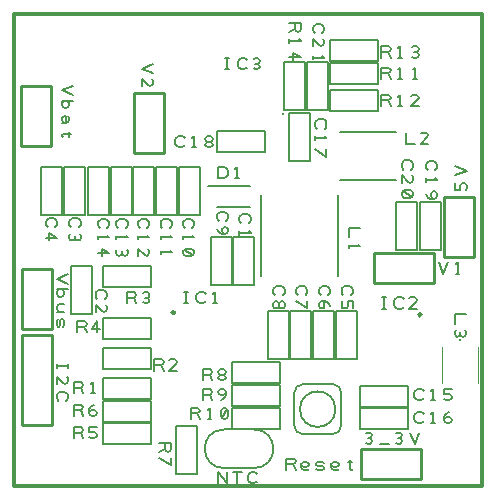
<source format=gbr>
G04 DesignSpark PCB Gerber Version 10.0 Build 5299*
G04 #@! TF.Part,Single*
G04 #@! TF.FileFunction,Legend,Top*
G04 #@! TF.FilePolarity,Positive*
%FSLAX35Y35*%
%MOIN*%
%ADD10C,0.00394*%
%ADD132C,0.00500*%
%ADD17C,0.00787*%
%ADD134C,0.00984*%
%ADD133C,0.01000*%
%ADD11C,0.01200*%
G04 #@! TD.AperFunction*
X0Y0D02*
D02*
D10*
X162017Y49813D02*
Y61624D01*
X173828D02*
Y49813D01*
D02*
D11*
X19104Y15324D02*
X175324D01*
Y172805D01*
X19104D01*
Y15324D01*
D02*
D17*
X84025Y115561D02*
X97844D01*
X86820Y108474D02*
X97844D01*
X101643Y112529D02*
Y85521D01*
X108769Y139380D02*
G75*
G02*
X109163I197J0D01*
G01*
G75*
G03*
X108769I-197J0D01*
G01*
X109163D02*
G75*
G02*
X108769I-197J0D01*
G01*
X109163D02*
X127116Y85521D02*
Y112529D01*
X128061Y117529D02*
X146565D01*
Y133277D02*
X128061D01*
X167923Y63986D02*
G75*
G02*
Y64380I0J197D01*
G01*
Y63986D02*
G75*
G02*
Y64380I0J197D01*
G01*
G75*
G02*
Y63986I0J-197D01*
G01*
D02*
D132*
X28202Y121592D02*
Y105592D01*
X35202D01*
Y121592D01*
X28202D01*
X30430Y101648D02*
X30118Y101961D01*
X29805Y102586D01*
Y103523D01*
X30118Y104148D01*
X30430Y104461D01*
X31055Y104773D01*
X32305D01*
X32930Y104461D01*
X33243Y104148D01*
X33555Y103523D01*
Y102586D01*
X33243Y101961D01*
X32930Y101648D01*
X29805Y98211D02*
X33555D01*
X31055Y99773D01*
Y97273D01*
X33427Y55962D02*
Y54712D01*
Y55337D02*
X37177D01*
Y55962D02*
Y54712D01*
X33427Y49399D02*
Y51899D01*
X35615Y49712D01*
X36240Y49399D01*
X36865Y49712D01*
X37177Y50337D01*
Y51274D01*
X36865Y51899D01*
X34052Y43774D02*
X33740Y44087D01*
X33427Y44712D01*
Y45649D01*
X33740Y46274D01*
X34052Y46587D01*
X34677Y46899D01*
X35927D01*
X36552Y46587D01*
X36865Y46274D01*
X37177Y45649D01*
Y44712D01*
X36865Y44087D01*
X36552Y43774D01*
X37177Y86033D02*
X33427Y84470D01*
X37177Y82908D01*
X34365Y81033D02*
X33740Y80720D01*
X33427Y80096D01*
Y79470D01*
X33740Y78846D01*
X34365Y78533D01*
X34990D01*
X35615Y78846D01*
X35927Y79470D01*
Y80096D01*
X35615Y80720D01*
X34990Y81033D01*
X33427D02*
X37177D01*
X35927Y76033D02*
X34365D01*
X33740Y75720D01*
X33427Y75096D01*
Y74470D01*
X33740Y73846D01*
X34365Y73533D01*
X35927D02*
X33427D01*
X33740Y71033D02*
X33427Y70408D01*
Y69158D01*
X33740Y68533D01*
X34365D01*
X34677Y69158D01*
Y70408D01*
X34990Y71033D01*
X35615D01*
X35927Y70408D01*
Y69158D01*
X35615Y68533D01*
X38909Y148868D02*
X35159Y147305D01*
X38909Y145743D01*
X36097Y143868D02*
X35472Y143555D01*
X35159Y142930D01*
Y142305D01*
X35472Y141680D01*
X36097Y141368D01*
X36722D01*
X37347Y141680D01*
X37659Y142305D01*
Y142930D01*
X37347Y143555D01*
X36722Y143868D01*
X35159D02*
X38909D01*
X37347Y138868D02*
X37659Y138243D01*
Y137305D01*
X37347Y136680D01*
X36722Y136368D01*
X35785D01*
X35472Y136680D01*
X35159Y137305D01*
Y137930D01*
X35472Y138555D01*
X35785Y138868D01*
X36097D01*
X36409Y138555D01*
X36722Y137930D01*
Y137305D01*
X36409Y136680D01*
X36097Y136368D01*
X35785D02*
X35159D01*
X37659Y133347D02*
Y131889D01*
X38285Y132618D02*
X35472D01*
X35159Y132305D01*
Y131993D01*
X35472Y131680D01*
X35761Y121592D02*
Y105592D01*
X42761D01*
Y121592D01*
X35761D01*
X38304Y101648D02*
X37992Y101961D01*
X37679Y102586D01*
Y103523D01*
X37992Y104148D01*
X38304Y104461D01*
X38929Y104773D01*
X40179D01*
X40804Y104461D01*
X41117Y104148D01*
X41429Y103523D01*
Y102586D01*
X41117Y101961D01*
X40804Y101648D01*
X37992Y99461D02*
X37679Y98836D01*
Y98211D01*
X37992Y97586D01*
X38617Y97273D01*
X39242Y97586D01*
X39554Y98211D01*
Y98836D01*
Y98211D02*
X39867Y97586D01*
X40492Y97273D01*
X41117Y97586D01*
X41429Y98211D01*
Y98836D01*
X41117Y99461D01*
X39242Y31281D02*
Y35031D01*
X41429D01*
X42054Y34719D01*
X42367Y34094D01*
X42054Y33469D01*
X41429Y33157D01*
X39242D01*
X41429D02*
X42367Y31281D01*
X44242Y31594D02*
X44867Y31281D01*
X45804D01*
X46429Y31594D01*
X46742Y32219D01*
Y32531D01*
X46429Y33157D01*
X45804Y33469D01*
X44242D01*
Y35031D01*
X46742D01*
X39242Y38781D02*
Y42531D01*
X41429D01*
X42054Y42219D01*
X42367Y41594D01*
X42054Y40969D01*
X41429Y40657D01*
X39242D01*
X41429D02*
X42367Y38781D01*
X44242Y39719D02*
X44554Y40344D01*
X45179Y40657D01*
X45804D01*
X46429Y40344D01*
X46742Y39719D01*
X46429Y39094D01*
X45804Y38781D01*
X45179D01*
X44554Y39094D01*
X44242Y39719D01*
Y40657D01*
X44554Y41594D01*
X45179Y42219D01*
X45804Y42531D01*
X39242Y46281D02*
Y50031D01*
X41429D01*
X42054Y49719D01*
X42367Y49094D01*
X42054Y48469D01*
X41429Y48157D01*
X39242D01*
X41429D02*
X42367Y46281D01*
X44867D02*
X46117D01*
X45492D02*
Y50031D01*
X44867Y49407D01*
X40364Y66656D02*
Y70406D01*
X42551D01*
X43176Y70093D01*
X43489Y69468D01*
X43176Y68843D01*
X42551Y68531D01*
X40364D01*
X42551D02*
X43489Y66656D01*
X46926D02*
Y70406D01*
X45364Y67906D01*
X47864D01*
X43872Y121592D02*
Y105592D01*
X50872D01*
Y121592D01*
X43872D01*
X45281Y72836D02*
Y88836D01*
X38281D01*
Y72836D01*
X45281D01*
X47044Y77711D02*
X46732Y78024D01*
X46419Y78649D01*
Y79586D01*
X46732Y80211D01*
X47044Y80524D01*
X47669Y80836D01*
X48919D01*
X49544Y80524D01*
X49857Y80211D01*
X50169Y79586D01*
Y78649D01*
X49857Y78024D01*
X49544Y77711D01*
X46419Y73336D02*
Y75836D01*
X48607Y73649D01*
X49232Y73336D01*
X49857Y73649D01*
X50169Y74274D01*
Y75211D01*
X49857Y75836D01*
X47832Y101412D02*
X47519Y101724D01*
X47207Y102350D01*
Y103287D01*
X47519Y103912D01*
X47832Y104224D01*
X48457Y104537D01*
X49707D01*
X50332Y104224D01*
X50644Y103912D01*
X50957Y103287D01*
Y102350D01*
X50644Y101724D01*
X50332Y101412D01*
X47207Y98912D02*
Y97662D01*
Y98287D02*
X50957D01*
X50332Y98912D01*
X47207Y92974D02*
X50957D01*
X48457Y94537D01*
Y92037D01*
X48742Y64344D02*
X64742D01*
Y71344D01*
X48742D01*
Y64344D01*
Y81844D02*
X64742D01*
Y88844D01*
X48742D01*
Y81844D01*
X51431Y121592D02*
Y105592D01*
X58431D01*
Y121592D01*
X51431D01*
X53974Y101412D02*
X53661Y101724D01*
X53348Y102350D01*
Y103287D01*
X53661Y103912D01*
X53974Y104224D01*
X54598Y104537D01*
X55848D01*
X56474Y104224D01*
X56786Y103912D01*
X57098Y103287D01*
Y102350D01*
X56786Y101724D01*
X56474Y101412D01*
X53348Y98912D02*
Y97662D01*
Y98287D02*
X57098D01*
X56474Y98912D01*
X53661Y94224D02*
X53348Y93600D01*
Y92974D01*
X53661Y92350D01*
X54286Y92037D01*
X54911Y92350D01*
X55224Y92974D01*
Y93600D01*
Y92974D02*
X55536Y92350D01*
X56161Y92037D01*
X56786Y92350D01*
X57098Y92974D01*
Y93600D01*
X56786Y94224D01*
X56899Y76341D02*
Y80091D01*
X59087D01*
X59712Y79778D01*
X60024Y79153D01*
X59712Y78528D01*
X59087Y78216D01*
X56899D01*
X59087D02*
X60024Y76341D01*
X62212Y76653D02*
X62837Y76341D01*
X63462D01*
X64087Y76653D01*
X64399Y77278D01*
X64087Y77903D01*
X63462Y78216D01*
X62837D01*
X63462D02*
X64087Y78528D01*
X64399Y79153D01*
X64087Y79778D01*
X63462Y80091D01*
X62837D01*
X62212Y79778D01*
X58990Y121592D02*
Y105592D01*
X65990D01*
Y121592D01*
X58990D01*
X61218Y101412D02*
X60905Y101724D01*
X60593Y102350D01*
Y103287D01*
X60905Y103912D01*
X61218Y104224D01*
X61843Y104537D01*
X63093D01*
X63718Y104224D01*
X64030Y103912D01*
X64343Y103287D01*
Y102350D01*
X64030Y101724D01*
X63718Y101412D01*
X60593Y98912D02*
Y97662D01*
Y98287D02*
X64343D01*
X63718Y98912D01*
X60593Y92037D02*
Y94537D01*
X62780Y92350D01*
X63405Y92037D01*
X64030Y92350D01*
X64343Y92974D01*
Y93912D01*
X64030Y94537D01*
X65524Y156112D02*
X61774Y154549D01*
X65524Y152987D01*
X61774Y148612D02*
Y151112D01*
X63961Y148924D01*
X64586Y148612D01*
X65211Y148924D01*
X65524Y149549D01*
Y150487D01*
X65211Y151112D01*
X64742Y36344D02*
X48742D01*
Y29344D01*
X64742D01*
Y36344D01*
Y43844D02*
X48742D01*
Y36844D01*
X64742D01*
Y43844D01*
Y51344D02*
X48742D01*
Y44344D01*
X64742D01*
Y51344D01*
Y61344D02*
X48742D01*
Y54344D01*
X64742D01*
Y61344D01*
X65954Y53900D02*
Y57650D01*
X68142D01*
X68767Y57337D01*
X69080Y56712D01*
X68767Y56087D01*
X68142Y55775D01*
X65954D01*
X68142D02*
X69080Y53900D01*
X73454D02*
X70954D01*
X73142Y56087D01*
X73454Y56712D01*
X73142Y57337D01*
X72517Y57650D01*
X71580D01*
X70954Y57337D01*
X66549Y121592D02*
Y105592D01*
X73549D01*
Y121592D01*
X66549D01*
X67679Y29872D02*
X71429D01*
Y27684D01*
X71117Y27059D01*
X70492Y26746D01*
X69867Y27059D01*
X69554Y27684D01*
Y29872D01*
Y27684D02*
X67679Y26746D01*
Y24872D02*
X71429Y22372D01*
Y24872D01*
X68698Y101412D02*
X68385Y101724D01*
X68073Y102350D01*
Y103287D01*
X68385Y103912D01*
X68698Y104224D01*
X69323Y104537D01*
X70573D01*
X71198Y104224D01*
X71511Y103912D01*
X71823Y103287D01*
Y102350D01*
X71511Y101724D01*
X71198Y101412D01*
X68073Y98912D02*
Y97662D01*
Y98287D02*
X71823D01*
X71198Y98912D01*
X68073Y93912D02*
Y92662D01*
Y93287D02*
X71823D01*
X71198Y93912D01*
X76166Y128934D02*
X75854Y128622D01*
X75228Y128309D01*
X74291D01*
X73666Y128622D01*
X73354Y128934D01*
X73041Y129559D01*
Y130809D01*
X73354Y131434D01*
X73666Y131747D01*
X74291Y132059D01*
X75228D01*
X75854Y131747D01*
X76166Y131434D01*
X78666Y128309D02*
X79916D01*
X79291D02*
Y132059D01*
X78666Y131434D01*
X83978Y130184D02*
X84604D01*
X85228Y130497D01*
X85541Y131122D01*
X85228Y131747D01*
X84604Y132059D01*
X83978D01*
X83354Y131747D01*
X83041Y131122D01*
X83354Y130497D01*
X83978Y130184D01*
X83354Y129872D01*
X83041Y129247D01*
X83354Y128622D01*
X83978Y128309D01*
X84604D01*
X85228Y128622D01*
X85541Y129247D01*
X85228Y129872D01*
X84604Y130184D01*
X73242Y35372D02*
Y19372D01*
X80242D01*
Y35372D01*
X73242D01*
X74108Y121592D02*
Y105592D01*
X81108D01*
Y121592D01*
X74108D01*
X76178Y101412D02*
X75866Y101724D01*
X75553Y102350D01*
Y103287D01*
X75866Y103912D01*
X76178Y104224D01*
X76803Y104537D01*
X78053D01*
X78678Y104224D01*
X78991Y103912D01*
X79303Y103287D01*
Y102350D01*
X78991Y101724D01*
X78678Y101412D01*
X75553Y98912D02*
Y97662D01*
Y98287D02*
X79303D01*
X78678Y98912D01*
X75866Y94224D02*
X75553Y93600D01*
Y92974D01*
X75866Y92350D01*
X76491Y92037D01*
X78366D01*
X78991Y92350D01*
X79303Y92974D01*
Y93600D01*
X78991Y94224D01*
X78366Y94537D01*
X76491D01*
X75866Y94224D01*
X78991Y92350D01*
X75947Y76341D02*
X77197D01*
X76572D02*
Y80091D01*
X75947D02*
X77197D01*
X83135Y76966D02*
X82822Y76653D01*
X82197Y76341D01*
X81259D01*
X80635Y76653D01*
X80322Y76966D01*
X80009Y77591D01*
Y78841D01*
X80322Y79466D01*
X80635Y79778D01*
X81259Y80091D01*
X82197D01*
X82822Y79778D01*
X83135Y79466D01*
X85635Y76341D02*
X86885D01*
X86259D02*
Y80091D01*
X85635Y79466D01*
X78159Y37758D02*
Y41508D01*
X80346D01*
X80972Y41196D01*
X81284Y40570D01*
X80972Y39946D01*
X80346Y39633D01*
X78159D01*
X80346D02*
X81284Y37758D01*
X83784D02*
X85034D01*
X84409D02*
Y41508D01*
X83784Y40883D01*
X88472Y38070D02*
X89096Y37758D01*
X89722D01*
X90346Y38070D01*
X90659Y38696D01*
Y40570D01*
X90346Y41196D01*
X89722Y41508D01*
X89096D01*
X88472Y41196D01*
X88159Y40570D01*
Y38696D01*
X88472Y38070D01*
X90346Y41196D01*
X82234Y43998D02*
Y47748D01*
X84421D01*
X85046Y47436D01*
X85359Y46811D01*
X85046Y46186D01*
X84421Y45873D01*
X82234D01*
X84421D02*
X85359Y43998D01*
X88171D02*
X88796Y44311D01*
X89421Y44936D01*
X89734Y45873D01*
Y46811D01*
X89421Y47436D01*
X88796Y47748D01*
X88171D01*
X87546Y47436D01*
X87234Y46811D01*
X87546Y46186D01*
X88171Y45873D01*
X88796D01*
X89421Y46186D01*
X89734Y46811D01*
X82234Y50632D02*
Y54382D01*
X84421D01*
X85046Y54070D01*
X85359Y53444D01*
X85046Y52820D01*
X84421Y52507D01*
X82234D01*
X84421D02*
X85359Y50632D01*
X88171Y52507D02*
X88796D01*
X89421Y52820D01*
X89734Y53444D01*
X89421Y54070D01*
X88796Y54382D01*
X88171D01*
X87546Y54070D01*
X87234Y53444D01*
X87546Y52820D01*
X88171Y52507D01*
X87546Y52194D01*
X87234Y51570D01*
X87546Y50944D01*
X88171Y50632D01*
X88796D01*
X89421Y50944D01*
X89734Y51570D01*
X89421Y52194D01*
X88796Y52507D01*
X84895Y98344D02*
Y82344D01*
X91895D01*
Y98344D01*
X84895D01*
X87438Y103774D02*
X87126Y104087D01*
X86813Y104712D01*
Y105649D01*
X87126Y106274D01*
X87438Y106587D01*
X88063Y106899D01*
X89313D01*
X89938Y106587D01*
X90251Y106274D01*
X90563Y105649D01*
Y104712D01*
X90251Y104087D01*
X89938Y103774D01*
X86813Y100962D02*
X87126Y100337D01*
X87751Y99712D01*
X88688Y99399D01*
X89626D01*
X90251Y99712D01*
X90563Y100337D01*
Y100962D01*
X90251Y101587D01*
X89626Y101899D01*
X89001Y101587D01*
X88688Y100962D01*
Y100337D01*
X89001Y99712D01*
X89626Y99399D01*
X86990Y126628D02*
X102990D01*
Y133628D01*
X86990D01*
Y126628D01*
X87135Y16281D02*
Y20031D01*
X90261Y16281D01*
Y20031D01*
X93698Y16281D02*
Y20031D01*
X92135D02*
X95261D01*
X100261Y16907D02*
X99948Y16594D01*
X99323Y16281D01*
X98385D01*
X97761Y16594D01*
X97448Y16907D01*
X97135Y17531D01*
Y18781D01*
X97448Y19407D01*
X97761Y19719D01*
X98385Y20031D01*
X99323D01*
X99948Y19719D01*
X100261Y19407D01*
X87293Y117994D02*
Y121744D01*
X89168D01*
X89793Y121432D01*
X90106Y121119D01*
X90418Y120494D01*
Y119244D01*
X90106Y118619D01*
X89793Y118307D01*
X89168Y117994D01*
X87293D01*
X92918D02*
X94168D01*
X93543D02*
Y121744D01*
X92918Y121119D01*
X89726Y154293D02*
X90976D01*
X90352D02*
Y158043D01*
X89726D02*
X90976D01*
X96914Y154919D02*
X96602Y154606D01*
X95976Y154293D01*
X95039D01*
X94414Y154606D01*
X94102Y154919D01*
X93789Y155543D01*
Y156793D01*
X94102Y157419D01*
X94414Y157731D01*
X95039Y158043D01*
X95976D01*
X96602Y157731D01*
X96914Y157419D01*
X99102Y154606D02*
X99726Y154293D01*
X100352D01*
X100976Y154606D01*
X101289Y155231D01*
X100976Y155856D01*
X100352Y156169D01*
X99726D01*
X100352D02*
X100976Y156481D01*
X101289Y157106D01*
X100976Y157731D01*
X100352Y158043D01*
X99726D01*
X99102Y157731D01*
X89242Y21407D02*
X99242D01*
G75*
G03*
Y34281I0J6437D01*
G01*
X89242D01*
G75*
G03*
Y21407I0J-6437D01*
G01*
X91734Y34502D02*
X107734D01*
Y41502D01*
X91734D01*
Y34502D01*
Y42061D02*
X107734D01*
Y49061D01*
X91734D01*
Y42061D01*
Y49620D02*
X107734D01*
Y56620D01*
X91734D01*
Y49620D01*
X94978Y102987D02*
X94665Y103299D01*
X94352Y103924D01*
Y104862D01*
X94665Y105487D01*
X94978Y105799D01*
X95602Y106112D01*
X96852D01*
X97478Y105799D01*
X97790Y105487D01*
X98102Y104862D01*
Y103924D01*
X97790Y103299D01*
X97478Y102987D01*
X94352Y100487D02*
Y99237D01*
Y99862D02*
X98102D01*
X97478Y100487D01*
X99376Y82344D02*
Y98344D01*
X92376D01*
Y82344D01*
X99376D01*
X103793Y73718D02*
Y57718D01*
X110793D01*
Y73718D01*
X103793D01*
X106356Y78971D02*
X106043Y79283D01*
X105730Y79909D01*
Y80846D01*
X106043Y81471D01*
X106356Y81783D01*
X106980Y82096D01*
X108230D01*
X108856Y81783D01*
X109168Y81471D01*
X109480Y80846D01*
Y79909D01*
X109168Y79283D01*
X108856Y78971D01*
X107606Y76159D02*
Y75533D01*
X107918Y74909D01*
X108543Y74596D01*
X109168Y74909D01*
X109480Y75533D01*
Y76159D01*
X109168Y76783D01*
X108543Y77096D01*
X107918Y76783D01*
X107606Y76159D01*
X107293Y76783D01*
X106668Y77096D01*
X106043Y76783D01*
X105730Y76159D01*
Y75533D01*
X106043Y74909D01*
X106668Y74596D01*
X107293Y74909D01*
X107606Y75533D01*
X109305Y156631D02*
Y140631D01*
X116305D01*
Y156631D01*
X109305D01*
X110049Y20829D02*
Y24579D01*
X112236D01*
X112861Y24267D01*
X113174Y23641D01*
X112861Y23017D01*
X112236Y22704D01*
X110049D01*
X112236D02*
X113174Y20829D01*
X117549Y21141D02*
X117236Y20829D01*
X116611D01*
X115986D01*
X115361Y21141D01*
X115049Y21767D01*
Y22704D01*
X115361Y23017D01*
X115986Y23329D01*
X116611D01*
X117236Y23017D01*
X117549Y22704D01*
Y22391D01*
X117236Y22079D01*
X116611Y21767D01*
X115986D01*
X115361Y22079D01*
X115049Y22391D01*
X120049Y21141D02*
X120674Y20829D01*
X121924D01*
X122549Y21141D01*
Y21767D01*
X121924Y22079D01*
X120674D01*
X120049Y22391D01*
Y23017D01*
X120674Y23329D01*
X121924D01*
X122549Y23017D01*
X127549Y21141D02*
X127236Y20829D01*
X126611D01*
X125986D01*
X125361Y21141D01*
X125049Y21767D01*
Y22704D01*
X125361Y23017D01*
X125986Y23329D01*
X126611D01*
X127236Y23017D01*
X127549Y22704D01*
Y22391D01*
X127236Y22079D01*
X126611Y21767D01*
X125986D01*
X125361Y22079D01*
X125049Y22391D01*
X130570Y23329D02*
X132028D01*
X131299Y23954D02*
Y21141D01*
X131611Y20829D01*
X131924D01*
X132236Y21141D01*
X110986Y169891D02*
X114736D01*
Y167704D01*
X114424Y167079D01*
X113799Y166766D01*
X113174Y167079D01*
X112861Y167704D01*
Y169891D01*
Y167704D02*
X110986Y166766D01*
Y164266D02*
Y163016D01*
Y163641D02*
X114736D01*
X114111Y164266D01*
X110986Y158329D02*
X114736D01*
X112236Y159891D01*
Y157391D01*
X110880Y139702D02*
Y123702D01*
X117880D01*
Y139702D01*
X110880D01*
X111352Y73718D02*
Y57718D01*
X118352D01*
Y73718D01*
X111352D01*
X113915Y78971D02*
X113602Y79283D01*
X113289Y79909D01*
Y80846D01*
X113602Y81471D01*
X113915Y81783D01*
X114539Y82096D01*
X115789D01*
X116415Y81783D01*
X116727Y81471D01*
X117039Y80846D01*
Y79909D01*
X116727Y79283D01*
X116415Y78971D01*
X113289Y77096D02*
X117039Y74596D01*
Y77096D01*
X112608Y46446D02*
Y35620D01*
G75*
G03*
X115561Y32667I2953J0D01*
G01*
X125403D01*
G75*
G03*
X128356Y35620I0J2953D01*
G01*
Y46446D01*
G75*
G03*
X125403Y49399I-2953J0D01*
G01*
X115561D01*
G75*
G03*
X112608Y46446I0J-2953D01*
G01*
X116785Y156631D02*
Y140631D01*
X123785D01*
Y156631D01*
X116785D01*
X119485Y166372D02*
X119173Y166685D01*
X118860Y167310D01*
Y168248D01*
X119173Y168872D01*
X119485Y169185D01*
X120110Y169498D01*
X121360D01*
X121985Y169185D01*
X122298Y168872D01*
X122610Y168248D01*
Y167310D01*
X122298Y166685D01*
X121985Y166372D01*
X118860Y161998D02*
Y164498D01*
X121048Y162310D01*
X121673Y161998D01*
X122298Y162310D01*
X122610Y162935D01*
Y163872D01*
X122298Y164498D01*
X118860Y158872D02*
Y157622D01*
Y158248D02*
X122610D01*
X121985Y158872D01*
X120273Y134483D02*
X119960Y134795D01*
X119648Y135420D01*
Y136358D01*
X119960Y136983D01*
X120273Y137295D01*
X120898Y137608D01*
X122148D01*
X122773Y137295D01*
X123085Y136983D01*
X123398Y136358D01*
Y135420D01*
X123085Y134795D01*
X122773Y134483D01*
X119648Y131983D02*
Y130733D01*
Y131358D02*
X123398D01*
X122773Y131983D01*
X119648Y127608D02*
X123398Y125108D01*
Y127608D01*
X118911Y73718D02*
Y57718D01*
X125911D01*
Y73718D01*
X118911D01*
X121474Y78971D02*
X121161Y79283D01*
X120848Y79909D01*
Y80846D01*
X121161Y81471D01*
X121474Y81783D01*
X122098Y82096D01*
X123348D01*
X123974Y81783D01*
X124286Y81471D01*
X124598Y80846D01*
Y79909D01*
X124286Y79283D01*
X123974Y78971D01*
X121786Y77096D02*
X122411Y76783D01*
X122724Y76159D01*
Y75533D01*
X122411Y74909D01*
X121786Y74596D01*
X121161Y74909D01*
X120848Y75533D01*
Y76159D01*
X121161Y76783D01*
X121786Y77096D01*
X122724D01*
X123661Y76783D01*
X124286Y76159D01*
X124598Y75533D01*
X126368Y41033D02*
G75*
G03*
X114557I-5906J0D01*
G01*
G75*
G03*
X126368I5906J0D01*
G01*
X126470Y73718D02*
Y57718D01*
X133470D01*
Y73718D01*
X126470D01*
X129033Y78971D02*
X128720Y79283D01*
X128407Y79909D01*
Y80846D01*
X128720Y81471D01*
X129033Y81783D01*
X129657Y82096D01*
X130907D01*
X131533Y81783D01*
X131845Y81471D01*
X132157Y80846D01*
Y79909D01*
X131845Y79283D01*
X131533Y78971D01*
X128720Y77096D02*
X128407Y76471D01*
Y75533D01*
X128720Y74909D01*
X129345Y74596D01*
X129657D01*
X130283Y74909D01*
X130595Y75533D01*
Y77096D01*
X132157D01*
Y74596D01*
X134657Y101545D02*
X130907D01*
Y98420D01*
Y95920D02*
Y94670D01*
Y95295D02*
X134657D01*
X134033Y95920D01*
X134569Y34344D02*
X150569D01*
Y41344D01*
X134569D01*
Y34344D01*
Y41844D02*
X150569D01*
Y48844D01*
X134569D01*
Y41844D01*
X136503Y29803D02*
X137128Y29490D01*
X137753D01*
X138378Y29803D01*
X138691Y30428D01*
X138378Y31053D01*
X137753Y31365D01*
X137128D01*
X137753D02*
X138378Y31678D01*
X138691Y32303D01*
X138378Y32928D01*
X137753Y33240D01*
X137128D01*
X136503Y32928D01*
X141191Y29490D02*
X144316D01*
X146503Y29803D02*
X147128Y29490D01*
X147753D01*
X148378Y29803D01*
X148691Y30428D01*
X148378Y31053D01*
X147753Y31365D01*
X147128D01*
X147753D02*
X148378Y31678D01*
X148691Y32303D01*
X148378Y32928D01*
X147753Y33240D01*
X147128D01*
X146503Y32928D01*
X151191Y33240D02*
X152753Y29490D01*
X154316Y33240D01*
X140490Y147407D02*
X124490D01*
Y140407D01*
X140490D01*
Y147407D01*
Y156462D02*
X124490D01*
Y149462D01*
X140490D01*
Y156462D01*
Y163943D02*
X124490D01*
Y156943D01*
X140490D01*
Y163943D01*
X141931Y74549D02*
X143181D01*
X142556D02*
Y78299D01*
X141931D02*
X143181D01*
X149119Y75174D02*
X148806Y74862D01*
X148181Y74549D01*
X147244D01*
X146619Y74862D01*
X146306Y75174D01*
X145994Y75799D01*
Y77049D01*
X146306Y77674D01*
X146619Y77987D01*
X147244Y78299D01*
X148181D01*
X148806Y77987D01*
X149119Y77674D01*
X153494Y74549D02*
X150994D01*
X153181Y76737D01*
X153494Y77362D01*
X153181Y77987D01*
X152556Y78299D01*
X151619D01*
X150994Y77987D01*
X141702Y142089D02*
Y145839D01*
X143890D01*
X144515Y145526D01*
X144828Y144901D01*
X144515Y144276D01*
X143890Y143964D01*
X141702D01*
X143890D02*
X144828Y142089D01*
X147328D02*
X148578D01*
X147952D02*
Y145839D01*
X147328Y145214D01*
X154202Y142089D02*
X151702D01*
X153890Y144276D01*
X154202Y144901D01*
X153890Y145526D01*
X153265Y145839D01*
X152328D01*
X151702Y145526D01*
X141702Y151144D02*
Y154894D01*
X143890D01*
X144515Y154581D01*
X144828Y153956D01*
X144515Y153331D01*
X143890Y153019D01*
X141702D01*
X143890D02*
X144828Y151144D01*
X147328D02*
X148578D01*
X147952D02*
Y154894D01*
X147328Y154269D01*
X152328Y151144D02*
X153578D01*
X152952D02*
Y154894D01*
X152328Y154269D01*
X141702Y158230D02*
Y161980D01*
X143890D01*
X144515Y161668D01*
X144828Y161043D01*
X144515Y160418D01*
X143890Y160106D01*
X141702D01*
X143890D02*
X144828Y158230D01*
X147328D02*
X148578D01*
X147952D02*
Y161980D01*
X147328Y161356D01*
X152015Y158543D02*
X152640Y158230D01*
X153265D01*
X153890Y158543D01*
X154202Y159168D01*
X153890Y159793D01*
X153265Y160106D01*
X152640D01*
X153265D02*
X153890Y160418D01*
X154202Y161043D01*
X153890Y161668D01*
X153265Y161980D01*
X152640D01*
X152015Y161668D01*
X149052Y120821D02*
X148740Y121134D01*
X148427Y121759D01*
Y122696D01*
X148740Y123321D01*
X149052Y123634D01*
X149677Y123946D01*
X150927D01*
X151552Y123634D01*
X151865Y123321D01*
X152177Y122696D01*
Y121759D01*
X151865Y121134D01*
X151552Y120821D01*
X148427Y116446D02*
Y118946D01*
X150615Y116759D01*
X151240Y116446D01*
X151865Y116759D01*
X152177Y117384D01*
Y118321D01*
X151865Y118946D01*
X148740Y113634D02*
X148427Y113009D01*
Y112384D01*
X148740Y111759D01*
X149365Y111446D01*
X151240D01*
X151865Y111759D01*
X152177Y112384D01*
Y113009D01*
X151865Y113634D01*
X151240Y113946D01*
X149365D01*
X148740Y113634D01*
X151865Y111759D01*
X149813Y133240D02*
Y129490D01*
X152938D01*
X157313D02*
X154813D01*
X157000Y131678D01*
X157313Y132303D01*
X157000Y132928D01*
X156375Y133240D01*
X155438D01*
X154813Y132928D01*
X155772Y37044D02*
X155460Y36732D01*
X154835Y36419D01*
X153897D01*
X153272Y36732D01*
X152960Y37044D01*
X152647Y37669D01*
Y38919D01*
X152960Y39544D01*
X153272Y39857D01*
X153897Y40169D01*
X154835D01*
X155460Y39857D01*
X155772Y39544D01*
X158272Y36419D02*
X159522D01*
X158897D02*
Y40169D01*
X158272Y39544D01*
X162647Y37357D02*
X162960Y37982D01*
X163585Y38294D01*
X164210D01*
X164835Y37982D01*
X165147Y37357D01*
X164835Y36732D01*
X164210Y36419D01*
X163585D01*
X162960Y36732D01*
X162647Y37357D01*
Y38294D01*
X162960Y39232D01*
X163585Y39857D01*
X164210Y40169D01*
X155772Y44604D02*
X155460Y44291D01*
X154835Y43978D01*
X153897D01*
X153272Y44291D01*
X152960Y44604D01*
X152647Y45228D01*
Y46478D01*
X152960Y47104D01*
X153272Y47416D01*
X153897Y47728D01*
X154835D01*
X155460Y47416D01*
X155772Y47104D01*
X158272Y43978D02*
X159522D01*
X158897D02*
Y47728D01*
X158272Y47104D01*
X162647Y44291D02*
X163272Y43978D01*
X164210D01*
X164835Y44291D01*
X165147Y44916D01*
Y45228D01*
X164835Y45854D01*
X164210Y46166D01*
X162647D01*
Y47728D01*
X165147D01*
X153706Y94175D02*
Y110175D01*
X146706D01*
Y94175D01*
X153706D01*
X157084Y120624D02*
X156771Y120937D01*
X156459Y121562D01*
Y122500D01*
X156771Y123124D01*
X157084Y123437D01*
X157709Y123750D01*
X158959D01*
X159584Y123437D01*
X159896Y123124D01*
X160209Y122500D01*
Y121562D01*
X159896Y120937D01*
X159584Y120624D01*
X156459Y118124D02*
Y116874D01*
Y117500D02*
X160209D01*
X159584Y118124D01*
X156459Y112812D02*
X156771Y112187D01*
X157396Y111562D01*
X158334Y111250D01*
X159271D01*
X159896Y111562D01*
X160209Y112187D01*
Y112812D01*
X159896Y113437D01*
X159271Y113750D01*
X158646Y113437D01*
X158334Y112812D01*
Y112187D01*
X158646Y111562D01*
X159271Y111250D01*
X160836Y89933D02*
X162399Y86183D01*
X163961Y89933D01*
X166461Y86183D02*
X167711D01*
X167086D02*
Y89933D01*
X166461Y89308D01*
X161580Y94175D02*
Y110175D01*
X154580D01*
Y94175D01*
X161580D01*
X169854Y72647D02*
X166104D01*
Y69522D01*
X166417Y67335D02*
X166104Y66710D01*
Y66085D01*
X166417Y65460D01*
X167042Y65147D01*
X167667Y65460D01*
X167980Y66085D01*
Y66710D01*
Y66085D02*
X168292Y65460D01*
X168917Y65147D01*
X169542Y65460D01*
X169854Y66085D01*
Y66710D01*
X169542Y67335D01*
X169822Y113986D02*
X170135Y114611D01*
Y115548D01*
X169822Y116173D01*
X169197Y116486D01*
X168885D01*
X168260Y116173D01*
X167947Y115548D01*
Y113986D01*
X166385D01*
Y116486D01*
Y118986D02*
X170135Y120548D01*
X166385Y122111D01*
D02*
D133*
X21742Y65679D02*
Y35679D01*
X31742D01*
Y65679D01*
X21742D01*
X31663Y128750D02*
Y148750D01*
X21663D01*
Y128750D01*
X31663D01*
X31742Y67844D02*
Y87844D01*
X21742D01*
Y67844D01*
X31742D01*
X59380Y146545D02*
Y126545D01*
X69380D01*
Y146545D01*
X59380D01*
X135049Y17883D02*
X155049D01*
Y27883D01*
X135049D01*
Y17883D01*
X139301Y83002D02*
X159301D01*
Y93002D01*
X139301D01*
Y83002D01*
X162529Y111899D02*
Y91899D01*
X172529D01*
Y111899D01*
X162529D01*
D02*
D134*
X72785Y73218D02*
G75*
G02*
X71801I-492J0D01*
G01*
X72785D02*
G75*
G02*
X71801I-492J0D01*
G01*
G75*
G02*
X72785I492J0D01*
G01*
X154498Y72057D02*
G75*
G02*
Y73041I0J492D01*
G01*
Y72057D02*
G75*
G02*
Y73041I0J492D01*
G01*
G75*
G02*
Y72057I0J-492D01*
G01*
X0Y0D02*
M02*

</source>
